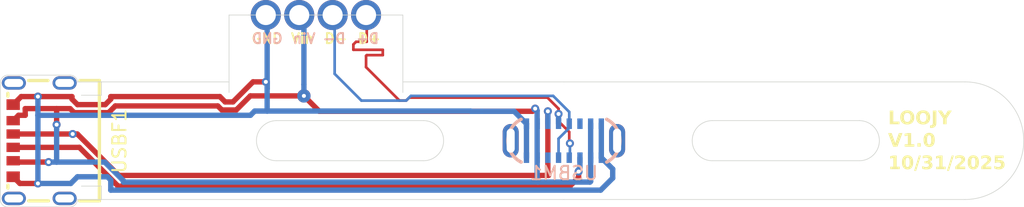
<source format=kicad_pcb>
(kicad_pcb (version 20241229) (generator "pcbnew") (generator_version "9.0")
  (layers (0 "F.Cu" signal) (2 "B.Cu" signal) (13 "F.Paste" user) (15 "B.Paste" user) (5 "F.SilkS" user "F.Silkscreen") (7 "B.SilkS" user "B.Silkscreen") (1 "F.Mask" user) (3 "B.Mask" user) (25 "Edge.Cuts" user))
  (net 0 "")
  (net 1 "GND")
  (net 2 "/USB_M_IN_5V")
  (net 3 "/CC2")
  (net 4 "/CC1")
  (net 5 "SERIAL_D+")
  (net 6 "SERIAL_D-")
  (footprint "CUSTOMFOOTPRINTS:CASTELLATED_HOLES_4X" (layer "F.Cu") (at 123.2 91.8)
    (property "Reference" "REF**" (hide yes))
    (property "Value" "CASTELLATED_HOLES_4X")
    (fp_line (start -5 0) (end 5 0) (stroke (width 0.05)) (layer "Edge.Cuts"))
    (pad "1" thru_hole circle (at -3.75 0) (size 2.25 2.25) (drill 1.5) (layers "*.Cu" "*.Mask") (net 1 "GND"))
    (pad "2" thru_hole circle (at -1.25 0) (size 2.25 2.25) (drill 1.5) (layers "*.Cu" "*.Mask") (net 2 "/USB_M_IN_5V"))
    (pad "3" thru_hole circle (at 1.25 0) (size 2.25 2.25) (drill 1.5) (layers "*.Cu" "*.Mask") (net 6 "SERIAL_D-"))
    (pad "4" thru_hole circle (at 3.75 0) (size 2.25 2.25) (drill 1.5) (layers "*.Cu" "*.Mask") (net 5 "SERIAL_D+"))
  )
  (footprint "CUSTOMFOOTPRINTS:TYPE-C-SMD_HANXIA_HX-TYPE-C-6P-SY" (layer "F.Cu") (at 102.475 101.2 90)
    (property "Reference" "USBF1" (at -0.030546 6.025 90) (layer "F.SilkS"))
    (property "Value" "~")
    (fp_line (start 3.329 -2.325) (end 3.541 -2.325) (stroke (width 0.25)) (layer "F.SilkS"))
    (fp_line (start -3.5405 -2.325) (end -3.329 -2.325) (stroke (width 0.25)) (layer "F.SilkS"))
    (fp_line (start -4.5 -0.725) (end -4.5 -0.767) (stroke (width 0.25)) (layer "F.SilkS"))
    (fp_line (start -4.5 -0.725) (end -4.5 0.7175) (stroke (width 0.25)) (layer "F.SilkS"))
    (fp_line (start 4.5 0.675) (end 4.5 -0.775) (stroke (width 0.25)) (layer "F.SilkS"))
    (fp_line (start -4.5005 3.0535) (end -4.5005 4.525) (stroke (width 0.25)) (layer "F.SilkS"))
    (fp_line (start -4.5005 3.076) (end -4.5005 3.0535) (stroke (width 0.25)) (layer "F.SilkS"))
    (fp_line (start 4.501 4.525) (end 4.501 3.076) (stroke (width 0.25)) (layer "F.SilkS"))
    (fp_line (start -4.5005 4.525) (end 4.501 4.525) (stroke (width 0.25)) (layer "F.SilkS"))
    (pad "7" thru_hole oval (at -4.32 -1.875 90) (size 1 1.8) (drill oval 0.6 1.4) (layers "*.Cu" "*.Mask"))
    (pad "7" thru_hole oval (at -4.32 1.925 90) (size 1 1.8) (drill oval 0.6 1.4) (layers "*.Cu" "*.Mask"))
    (pad "7" thru_hole oval (at 4.32 -1.875 90) (size 1 1.8) (drill oval 0.6 1.4) (layers "*.Cu" "*.Mask"))
    (pad "7" thru_hole oval (at 4.32 1.925 90) (size 1 1.8) (drill oval 0.6 1.4) (layers "*.Cu" "*.Mask"))
    (pad "A5" smd rect (at -0.5 -1.925 90) (size 0.7 1) (layers "F.Cu" "F.Mask" "F.Paste") (net 4 "/CC1"))
    (pad "A9" smd rect (at 1.5 -1.925 90) (size 0.7 1) (layers "F.Cu" "F.Mask" "F.Paste") (net 2 "/USB_M_IN_5V"))
    (pad "A12" smd rect (at 2.7 -1.925 90) (size 0.8 1) (layers "F.Cu" "F.Mask" "F.Paste") (net 1 "GND"))
    (pad "B5" smd rect (at 0.5 -1.925 90) (size 0.7 1) (layers "F.Cu" "F.Mask" "F.Paste") (net 3 "/CC2"))
    (pad "B9" smd rect (at -1.5 -1.925 90) (size 0.7 1) (layers "F.Cu" "F.Mask" "F.Paste") (net 2 "/USB_M_IN_5V"))
    (pad "B12" smd rect (at -2.7 -1.925 90) (size 0.8 1) (layers "F.Cu" "F.Mask" "F.Paste") (net 1 "GND"))
  )
  (footprint "CUSTOMFOOTPRINTS:USB-C Male 918-118A2021Y40006" (layer "B.Cu") (at 141.75 101.2)
    (property "Reference" "USBM1" (at 0 2.427 0) (layer "B.SilkS") (effects (justify mirror)))
    (property "Value" "~" (hide yes))
    (fp_arc (start -3.2 1.6) (mid -4.188854 0) (end -3.2 -1.6) (stroke (width 0.254)) (layer "B.SilkS"))
    (fp_arc (start 3.2 -1.6) (mid 4.188854 0) (end 3.2 1.6) (stroke (width 0.254)) (layer "B.SilkS"))
    (pad "1" smd rect (at 2.8 1.27) (size 0.4 0.79) (layers "B.Cu" "B.Mask" "B.Paste") (net 1 "GND"))
    (pad "2" smd rect (at 2 1.27) (size 0.4 0.79) (layers "B.Cu" "B.Mask" "B.Paste") (net 2 "/USB_M_IN_5V"))
    (pad "3" smd rect (at 1.2 1.27) (size 0.4 0.79) (layers "B.Cu" "B.Mask" "B.Paste") (net 4 "/CC1"))
    (pad "4" smd rect (at 0.4 1.27) (size 0.4 0.79) (layers "B.Cu" "B.Mask" "B.Paste") (net 5 "SERIAL_D+"))
    (pad "5" smd rect (at -0.4 1.27) (size 0.4 0.79) (layers "B.Cu" "B.Mask" "B.Paste") (net 6 "SERIAL_D-"))
    (pad "6" smd rect (at -1.2 1.27) (size 0.4 0.79) (layers "B.Cu" "B.Mask" "B.Paste"))
    (pad "7" smd rect (at -2 1.27) (size 0.4 0.79) (layers "B.Cu" "B.Mask" "B.Paste") (net 2 "/USB_M_IN_5V"))
    (pad "8" smd rect (at -2.8 1.27) (size 0.4 0.79) (layers "B.Cu" "B.Mask" "B.Paste") (net 1 "GND"))
    (pad "9" smd rect (at -2.8 -1.27) (size 0.4 0.79) (layers "B.Cu" "B.Mask" "B.Paste") (net 1 "GND"))
    (pad "10" smd rect (at -2 -1.27) (size 0.4 0.79) (layers "B.Cu" "B.Mask" "B.Paste") (net 2 "/USB_M_IN_5V"))
    (pad "11" smd rect (at -1.2 -1.27) (size 0.4 0.79) (layers "B.Cu" "B.Mask" "B.Paste") (net 3 "/CC2"))
    (pad "12" smd rect (at -0.4 -1.27) (size 0.4 0.79) (layers "B.Cu" "B.Mask" "B.Paste") (net 5 "SERIAL_D+"))
    (pad "13" smd rect (at 0.4 -1.27) (size 0.4 0.79) (layers "B.Cu" "B.Mask" "B.Paste") (net 6 "SERIAL_D-"))
    (pad "14" smd rect (at 1.2 -1.27) (size 0.4 0.79) (layers "B.Cu" "B.Mask" "B.Paste"))
    (pad "15" smd rect (at 2 -1.27) (size 0.4 0.79) (layers "B.Cu" "B.Mask" "B.Paste") (net 2 "/USB_M_IN_5V"))
    (pad "16" smd rect (at 2.8 -1.27) (size 0.4 0.79) (layers "B.Cu" "B.Mask" "B.Paste") (net 1 "GND"))
    (pad "17" thru_hole oval (at 3.98 0) (size 1.2 2.5) (drill oval 0.6 1.8) (layers "*.Cu" "*.Mask"))
    (pad "18" thru_hole oval (at -3.98 0) (size 1.2 2.5) (drill oval 0.6 1.8) (layers "*.Cu" "*.Mask"))
  )
  (gr_line (start 141.75 96.8) (end 171.75 96.8) (stroke (width 0.05)) (layer "Edge.Cuts"))
  (gr_line (start 107.15 96.8) (end 116.7 96.8) (stroke (width 0.05)) (layer "Edge.Cuts"))
  (gr_line (start 152.85 99.7) (end 163.85 99.7) (stroke (width 0.05)) (layer "Edge.Cuts"))
  (gr_line (start 129.7 96.8) (end 141.75 96.8) (stroke (width 0.05)) (layer "Edge.Cuts"))
  (gr_line (start 171.75 105.6) (end 141.75 105.6) (stroke (width 0.05)) (layer "Edge.Cuts"))
  (gr_line (start 105.55 96.8) (end 107.15 96.8) (stroke (width 0.05)) (layer "Edge.Cuts"))
  (gr_arc (start 163.85 99.7) (mid 165.35 101.2) (end 163.85 102.7) (stroke (width 0.05)) (layer "Edge.Cuts"))
  (gr_line (start 100.6 106.15) (end 104.8 106.15) (stroke (width 0.05)) (layer "Edge.Cuts"))
  (gr_arc (start 100.138908 106.161091) (mid 99.749997 106.000002) (end 99.588909 105.611091) (stroke (width 0.05)) (layer "Edge.Cuts"))
  (gr_arc (start 99.6 96.849999) (mid 99.761092 96.461091) (end 100.15 96.3) (stroke (width 0.05)) (layer "Edge.Cuts"))
  (gr_line (start 107.15 104.6) (end 105.65 104.6) (stroke (width 0.05)) (layer "Edge.Cuts"))
  (gr_line (start 131.25 99.7) (end 120.25 99.7) (stroke (width 0.05)) (layer "Edge.Cuts"))
  (gr_arc (start 105.35 105.6) (mid 105.188909 105.988909) (end 104.8 106.15) (stroke (width 0.05)) (layer "Edge.Cuts"))
  (gr_line (start 99.588909 105.611091) (end 99.6 96.85) (stroke (width 0.05)) (layer "Edge.Cuts"))
  (gr_arc (start 120.25 102.7) (mid 118.75 101.2) (end 120.25 99.7) (stroke (width 0.05)) (layer "Edge.Cuts"))
  (gr_line (start 118.2 91.8) (end 116.7 91.8) (stroke (width 0.05)) (layer "Edge.Cuts"))
  (gr_line (start 129.7 96.8) (end 129.7 97.6) (stroke (width 0.05)) (layer "Edge.Cuts"))
  (gr_line (start 107.15 97.8) (end 105.65 97.8) (stroke (width 0.05)) (layer "Edge.Cuts"))
  (gr_line (start 131.25 102.7) (end 120.25 102.7) (stroke (width 0.05)) (layer "Edge.Cuts"))
  (gr_line (start 152.85 102.7) (end 163.85 102.7) (stroke (width 0.05)) (layer "Edge.Cuts"))
  (gr_line (start 129.7 91.8) (end 129.7 96.8) (stroke (width 0.05)) (layer "Edge.Cuts"))
  (gr_arc (start 171.75 96.8) (mid 176.15 101.2) (end 171.75 105.6) (stroke (width 0.05)) (layer "Edge.Cuts"))
  (gr_line (start 141.75 105.6) (end 105.35 105.6) (stroke (width 0.05)) (layer "Edge.Cuts"))
  (gr_line (start 107.15 105.6) (end 107.15 104.6) (stroke (width 0.05)) (layer "Edge.Cuts"))
  (gr_line (start 129.7 91.8) (end 128.2 91.8) (stroke (width 0.05)) (layer "Edge.Cuts"))
  (gr_line (start 116.7 91.8) (end 116.7 96.8) (stroke (width 0.05)) (layer "Edge.Cuts"))
  (gr_arc (start 152.85 102.7) (mid 151.35 101.2) (end 152.85 99.7) (stroke (width 0.05)) (layer "Edge.Cuts"))
  (gr_arc (start 131.25 99.7) (mid 132.75 101.2) (end 131.25 102.7) (stroke (width 0.05)) (layer "Edge.Cuts"))
  (gr_line (start 116.7 96.8) (end 116.7 97.6) (stroke (width 0.05)) (layer "Edge.Cuts"))
  (gr_arc (start 104.811091 96.297732) (mid 105.183512 96.44219) (end 105.361091 96.8) (stroke (width 0.05)) (layer "Edge.Cuts"))
  (gr_line (start 105.55 96.8) (end 105.35 96.8) (stroke (width 0.05)) (layer "Edge.Cuts"))
  (gr_line (start 100.15 96.3) (end 104.8111 96.297732) (stroke (width 0.05)) (layer "Edge.Cuts"))
  (gr_line (start 107.15 96.8) (end 107.15 97.8) (stroke (width 0.05)) (layer "Edge.Cuts"))
  (gr_line (start 100.138908 106.161091) (end 100.6 106.15) (stroke (width 0.05)) (layer "Edge.Cuts"))
  (gr_text "GND" (at 118.3 94 0) (layer "F.SilkS") (effects (font (size 0.75 0.75)) (justify left bottom)))
  (gr_text "Vin" (at 121.25 94 0) (layer "F.SilkS") (effects (font (size 0.75 0.75)) (justify left bottom)))
  (gr_text "LOOJY\nV1.0\n10/31/2025" (at 166 103.5 0) (layer "F.SilkS") (effects (font (size 1 1) (thickness 0.25) (bold yes)) (justify left bottom)))
  (gr_text "D+" (at 126.25 94 0) (layer "F.SilkS") (effects (font (size 0.75 0.75)) (justify left bottom)))
  (gr_text "D-" (at 123.75 94 0) (layer "F.SilkS") (effects (font (size 0.75 0.75)) (justify left bottom)))
  (gr_text "Vin" (at 123.25 94 -0) (layer "B.SilkS") (effects (font (size 0.75 0.75)) (justify left bottom mirror)))
  (gr_text "D-" (at 125.5 94 -0) (layer "B.SilkS") (effects (font (size 0.75 0.75)) (justify left bottom mirror)))
  (gr_text "D+" (at 128 94 -0) (layer "B.SilkS") (effects (font (size 0.75 0.75)) (justify left bottom mirror)))
  (gr_text "GND" (at 120.8 94 -0) (layer "B.SilkS") (effects (font (size 0.75 0.75)) (justify left bottom mirror)))
  (segment (start 104.949 97.9) (end 102.4 97.9) (width 0.4) (layer "F.Cu") (net 1))
  (segment (start 119.45 96.8) (end 118.491364 96.8) (width 0.4) (layer "F.Cu") (net 1))
  (segment (start 107.851 98.090364) (end 107.440364 98.501) (width 0.4) (layer "F.Cu") (net 1))
  (segment (start 107.440364 98.501) (end 105.359636 98.501) (width 0.4) (layer "F.Cu") (net 1))
  (segment (start 116.990364 98.301) (end 116.409636 98.301) (width 0.4) (layer "F.Cu") (net 1))
  (segment (start 101.15 97.9) (end 102.4 97.9) (width 0.4) (layer "F.Cu") (net 1))
  (segment (start 100.55 103.9) (end 101.05 104.4) (width 0.4) (layer "F.Cu") (net 1))
  (segment (start 104.949 98.090364) (end 104.949 97.9) (width 0.4) (layer "F.Cu") (net 1))
  (segment (start 101.05 104.4) (end 102.4 104.4) (width 0.4) (layer "F.Cu") (net 1))
  (segment (start 105.359636 98.501) (end 104.949 98.090364) (width 0.4) (layer "F.Cu") (net 1))
  (segment (start 116.409636 98.301) (end 116.008636 97.9) (width 0.4) (layer "F.Cu") (net 1))
  (segment (start 107.851 97.9) (end 107.851 98.090364) (width 0.4) (layer "F.Cu") (net 1))
  (segment (start 118.491364 96.8) (end 116.990364 98.301) (width 0.4) (layer "F.Cu") (net 1))
  (segment (start 116.008636 97.9) (end 107.851 97.9) (width 0.4) (layer "F.Cu") (net 1))
  (segment (start 100.55 98.5) (end 101.15 97.9) (width 0.4) (layer "F.Cu") (net 1))
  (via (at 102.4 97.9) (size 0.6) (drill 0.3) (layers "F.Cu" "B.Cu") (net 1))
  (via (at 102.4 104.4) (size 0.6) (drill 0.3) (layers "F.Cu" "B.Cu") (net 1))
  (via (at 119.45 96.8) (size 0.6) (drill 0.3) (layers "F.Cu" "B.Cu") (net 1))
  (segment (start 104.858636 104.4) (end 105.359636 103.899) (width 0.4) (layer "B.Cu") (net 1))
  (segment (start 119.55 98.983111) (end 118.616889 98.983111) (width 0.4) (layer "B.Cu") (net 1))
  (segment (start 107.6 103.899) (end 107.851 104.15) (width 0.4) (layer "B.Cu") (net 1))
  (segment (start 119.55 92.501) (end 119.45 92.501) (width 0.4) (layer "B.Cu") (net 1))
  (segment (start 138.02 99) (end 138.95 99.93) (width 0.4) (layer "B.Cu") (net 1))
  (segment (start 134.8 99.001) (end 134.782111 98.983111) (width 0.4) (layer "B.Cu") (net 1))
  (segment (start 102.4 104.4) (end 102.4 99.3) (width 0.4) (layer "B.Cu") (net 1))
  (segment (start 102.4 104.4) (end 104.858636 104.4) (width 0.4) (layer "B.Cu") (net 1))
  (segment (start 107.851 104.15) (end 107.851 104.899) (width 0.4) (layer "B.Cu") (net 1))
  (segment (start 134.8 99.001) (end 135.599 99.001) (width 0.4) (layer "B.Cu") (net 1))
  (segment (start 135.599 99.001) (end 135.6 99) (width 0.4) (layer "B.Cu") (net 1))
  (segment (start 119.55 97.3) (end 119.55 92.501) (width 0.4) (layer "B.Cu") (net 1))
  (segment (start 145.4 103.32) (end 144.55 102.47) (width 0.4) (layer "B.Cu") (net 1))
  (segment (start 119.55 96.9) (end 119.45 96.8) (width 0.4) (layer "B.Cu") (net 1))
  (segment (start 119.55 98.983111) (end 119.55 97.3) (width 0.4) (layer "B.Cu") (net 1))
  (segment (start 102.4 99.3) (end 102.4 97.9) (width 0.4) (layer "B.Cu") (net 1))
  (segment (start 138.95 99.93) (end 138.95 102.47) (width 0.4) (layer "B.Cu") (net 1))
  (segment (start 107.851 104.899) (end 144.501 104.899) (width 0.4) (layer "B.Cu") (net 1))
  (segment (start 144.501 104.899) (end 145.4 104) (width 0.4) (layer "B.Cu") (net 1))
  (segment (start 119.55 97.3) (end 119.55 96.9) (width 0.4) (layer "B.Cu") (net 1))
  (segment (start 144.55 99.93) (end 144.55 102.47) (width 0.4) (layer "B.Cu") (net 1))
  (segment (start 118.3 99.3) (end 102.4 99.3) (width 0.4) (layer "B.Cu") (net 1))
  (segment (start 134.782111 98.983111) (end 119.55 98.983111) (width 0.4) (layer "B.Cu") (net 1))
  (segment (start 105.359636 103.899) (end 107.6 103.899) (width 0.4) (layer "B.Cu") (net 1))
  (segment (start 135.6 99) (end 138.02 99) (width 0.4) (layer "B.Cu") (net 1))
  (segment (start 118.616889 98.983111) (end 118.3 99.3) (width 0.4) (layer "B.Cu") (net 1))
  (segment (start 145.4 104) (end 145.4 103.32) (width 0.4) (layer "B.Cu") (net 1))
  (segment (start 103.8 98.8) (end 104.808694 98.8) (width 0.4) (layer "F.Cu") (net 2))
  (segment (start 103.8 100) (end 103.8 98.8) (width 0.4) (layer "F.Cu") (net 2))
  (segment (start 108.191306 98.6) (end 115.858694 98.6) (width 0.4) (layer "F.Cu") (net 2))
  (segment (start 139.4 99) (end 139.6 98.8) (width 0.4) (layer "F.Cu") (net 2))
  (segment (start 105.110694 99.102) (end 107.689306 99.102) (width 0.4) (layer "F.Cu") (net 2))
  (segment (start 103.2 102.8) (end 100.65 102.8) (width 0.4) (layer "F.Cu") (net 2))
  (segment (start 100.65 102.8) (end 100.55 102.7) (width 0.4) (layer "F.Cu") (net 2))
  (segment (start 117.239306 98.902) (end 118.291306 97.85) (width 0.4) (layer "F.Cu") (net 2))
  (segment (start 123.45 99) (end 139.4 99) (width 0.4) (layer "F.Cu") (net 2))
  (segment (start 101.451 99.301) (end 101.451 98.8) (width 0.4) (layer "F.Cu") (net 2))
  (segment (start 101.451 98.8) (end 103.8 98.8) (width 0.4) (layer "F.Cu") (net 2))
  (segment (start 104.808694 98.8) (end 105.110694 99.102) (width 0.4) (layer "F.Cu") (net 2))
  (segment (start 100.949 99.301) (end 101.451 99.301) (width 0.4) (layer "F.Cu") (net 2))
  (segment (start 107.689306 99.102) (end 108.191306 98.6) (width 0.4) (layer "F.Cu") (net 2))
  (segment (start 115.858694 98.6) (end 116.160694 98.902) (width 0.4) (layer "F.Cu") (net 2))
  (segment (start 116.160694 98.902) (end 117.239306 98.902) (width 0.4) (layer "F.Cu") (net 2))
  (segment (start 122.3 97.85) (end 123.45 99) (width 0.4) (layer "F.Cu") (net 2))
  (segment (start 118.291306 97.85) (end 122.3 97.85) (width 0.4) (layer "F.Cu") (net 2))
  (segment (start 100.55 99.7) (end 100.949 99.301) (width 0.4) (layer "F.Cu") (net 2))
  (via (at 103.2 102.8) (size 0.6) (drill 0.3) (layers "F.Cu" "B.Cu") (net 2))
  (via (at 122.3 97.85) (size 1) (drill 0.3) (layers "F.Cu" "B.Cu") (net 2))
  (via (at 139.6 98.8) (size 0.6) (drill 0.3) (layers "F.Cu" "B.Cu") (net 2))
  (via (at 103.8 100) (size 0.6) (drill 0.3) (layers "F.Cu" "B.Cu") (net 2))
  (segment (start 139.75 99.93) (end 139.75 102.47) (width 0.4) (layer "B.Cu") (net 2))
  (segment (start 107.4 102.8) (end 108.8 104.2) (width 0.4) (layer "B.Cu") (net 2))
  (segment (start 139.75 98.95) (end 139.6 98.8) (width 0.4) (layer "B.Cu") (net 2))
  (segment (start 103.2 102.8) (end 103.8 102.8) (width 0.4) (layer "B.Cu") (net 2))
  (segment (start 103.8 102.8) (end 103.8 100) (width 0.4) (layer "B.Cu") (net 2))
  (segment (start 103.8 102.8) (end 107.4 102.8) (width 0.4) (layer "B.Cu") (net 2))
  (segment (start 122.3 97.85) (end 122.3 97) (width 0.4) (layer "B.Cu") (net 2))
  (segment (start 108.8 104.298) (end 139.8 104.298) (width 0.4) (layer "B.Cu") (net 2))
  (segment (start 143.702 104.298) (end 139.8 104.298) (width 0.4) (layer "B.Cu") (net 2))
  (segment (start 143.75 99.93) (end 143.75 102.47) (width 0.4) (layer "B.Cu") (net 2))
  (segment (start 143.75 104.25) (end 143.702 104.298) (width 0.4) (layer "B.Cu") (net 2))
  (segment (start 122.3 92.501) (end 121.95 92.501) (width 0.4) (layer "B.Cu") (net 2))
  (segment (start 139.8 104.298) (end 139.75 104.248) (width 0.4) (layer "B.Cu") (net 2))
  (segment (start 143.75 102.47) (end 143.75 104.25) (width 0.4) (layer "B.Cu") (net 2))
  (segment (start 139.75 104.248) (end 139.75 102.47) (width 0.4) (layer "B.Cu") (net 2))
  (segment (start 139.75 99.93) (end 139.75 98.95) (width 0.4) (layer "B.Cu") (net 2))
  (segment (start 122.3 97) (end 122.3 92.501) (width 0.4) (layer "B.Cu") (net 2))
  (segment (start 108.8 104.2) (end 108.8 104.298) (width 0.4) (layer "B.Cu") (net 2))
  (segment (start 140.6 103.8) (end 108.449942 103.8) (width 0.4) (layer "F.Cu") (net 3))
  (segment (start 140.55 103.75) (end 140.6 103.8) (width 0.4) (layer "F.Cu") (net 3))
  (segment (start 105.349942 100.7) (end 105 100.7) (width 0.4) (layer "F.Cu") (net 3))
  (segment (start 108.449942 103.8) (end 105.349942 100.7) (width 0.4) (layer "F.Cu") (net 3))
  (segment (start 140.55 99) (end 140.55 103.75) (width 0.4) (layer "F.Cu") (net 3))
  (segment (start 100.55 100.7) (end 105 100.7) (width 0.4) (layer "F.Cu") (net 3))
  (via (at 140.55 99) (size 0.6) (drill 0.3) (layers "F.Cu" "B.Cu") (net 3))
  (via (at 105 100.7) (size 0.6) (drill 0.3) (layers "F.Cu" "B.Cu") (net 3))
  (segment (start 140.55 99.93) (end 140.55 99) (width 0.4) (layer "B.Cu") (net 3))
  (segment (start 108.4 104.6) (end 142.2 104.6) (width 0.4) (layer "F.Cu") (net 4))
  (segment (start 142.849758 103.950242) (end 142.849758 103.512749) (width 0.4) (layer "F.Cu") (net 4))
  (segment (start 142.2 104.6) (end 142.849758 103.950242) (width 0.4) (layer "F.Cu") (net 4))
  (segment (start 105.5 101.7) (end 108.4 104.6) (width 0.4) (layer "F.Cu") (net 4))
  (segment (start 100.55 101.7) (end 105.5 101.7) (width 0.4) (layer "F.Cu") (net 4))
  (via (at 142.849758 103.512749) (size 0.6) (drill 0.3) (layers "F.Cu" "B.Cu") (net 4))
  (segment (start 142.95 102.47) (end 142.95 103.25) (width 0.4) (layer "B.Cu") (net 4))
  (segment (start 142.95 103.25) (end 142.8 103.4) (width 0.4) (layer "B.Cu") (net 4))
  (segment (start 126 94) (end 126.2 93.8) (width 0.2) (layer "F.Cu") (net 5))
  (segment (start 126.2 93.8) (end 127 93.8) (width 0.2) (layer "F.Cu") (net 5))
  (segment (start 141.35 98.807065) (end 140.518845 97.97591) (width 0.2) (layer "F.Cu") (net 5))
  (segment (start 127 92.401) (end 126.95 92.401) (width 0.2) (layer "F.Cu") (net 5))
  (segment (start 128.2 94.4) (end 126 94.4) (width 0.2) (layer "F.Cu") (net 5))
  (segment (start 141.35 99.2) (end 141.35 99.75) (width 0.2) (layer "F.Cu") (net 5))
  (segment (start 127 93.8) (end 127 92.401) (width 0.2) (layer "F.Cu") (net 5))
  (segment (start 141.35 99.75) (end 142.15 100.55) (width 0.2) (layer "F.Cu") (net 5))
  (segment (start 126.95 94.85) (end 127 94.8) (width 0.2) (layer "F.Cu") (net 5))
  (segment (start 126.95 95.699942) (end 126.95 94.85) (width 0.2) (layer "F.Cu") (net 5))
  (segment (start 130.174032 97.97591) (end 129.948942 98.201) (width 0.2) (layer "F.Cu") (net 5))
  (segment (start 128.2 94.8) (end 128.2 94.4) (width 0.2) (layer "F.Cu") (net 5))
  (segment (start 129.948942 98.201) (end 129.451058 98.201) (width 0.2) (layer "F.Cu") (net 5))
  (segment (start 126 94.4) (end 126 94) (width 0.2) (layer "F.Cu") (net 5))
  (segment (start 129.451058 98.201) (end 126.95 95.699942) (width 0.2) (layer "F.Cu") (net 5))
  (segment (start 140.518845 97.97591) (end 130.174032 97.97591) (width 0.2) (layer "F.Cu") (net 5))
  (segment (start 142.15 100.55) (end 142.15 101.35) (width 0.2) (layer "F.Cu") (net 5))
  (segment (start 141.35 99.2) (end 141.35 98.807065) (width 0.2) (layer "F.Cu") (net 5))
  (segment (start 142.15 101.35) (end 142.2 101.4) (width 0.2) (layer "F.Cu") (net 5))
  (segment (start 127 94.8) (end 128.2 94.8) (width 0.2) (layer "F.Cu") (net 5))
  (via (at 141.35 99.2) (size 0.6) (drill 0.3) (layers "F.Cu" "B.Cu") (net 5))
  (via (at 142.2 101.4) (size 0.6) (drill 0.3) (layers "F.Cu" "B.Cu") (net 5))
  (segment (start 142.2 102.42) (end 142.15 102.47) (width 0.2) (layer "B.Cu") (net 5))
  (segment (start 142.2 101.4) (end 142.2 102.42) (width 0.2) (layer "B.Cu") (net 5))
  (segment (start 141.35 99.93) (end 141.35 99.2) (width 0.4) (layer "B.Cu") (net 5))
  (segment (start 124.6 96.2) (end 124.6 92.401) (width 0.2) (layer "B.Cu") (net 6))
  (segment (start 126.601 98.201) (end 124.6 96.2) (width 0.2) (layer "B.Cu") (net 6))
  (segment (start 124.6 92.401) (end 124.45 92.401) (width 0.2) (layer "B.Cu") (net 6))
  (segment (start 142.15 99.93) (end 142.15 99.051) (width 0.2) (layer "B.Cu") (net 6))
  (segment (start 129.948942 98.201) (end 126.601 98.201) (width 0.2) (layer "B.Cu") (net 6))
  (segment (start 142.15 100.25) (end 141.35 101.05) (width 0.2) (layer "B.Cu") (net 6))
  (segment (start 140.947942 97.848942) (end 130.301 97.848942) (width 0.2) (layer "B.Cu") (net 6))
  (segment (start 141.35 101.05) (end 141.35 102.47) (width 0.2) (layer "B.Cu") (net 6))
  (segment (start 142.15 99.93) (end 142.15 100.25) (width 0.2) (layer "B.Cu") (net 6))
  (segment (start 130.301 97.848942) (end 129.948942 98.201) (width 0.2) (layer "B.Cu") (net 6))
  (segment (start 142.15 99.051) (end 140.947942 97.848942) (width 0.2) (layer "B.Cu") (net 6))
)
</source>
